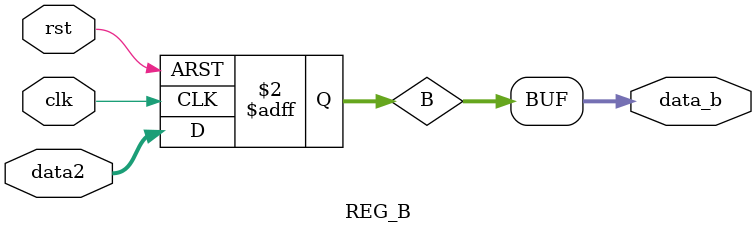
<source format=v>
`timescale 1ns / 1ps


module REG_B(
    input clk,
    input rst,
    input [31:0] data2,
    output [31:0] data_b
    );
    reg [31:0] B;
    assign data_b = B;
    always@(posedge clk or posedge rst) begin
        if(rst) B<=0;
        else B<=data2;
    end
endmodule

</source>
